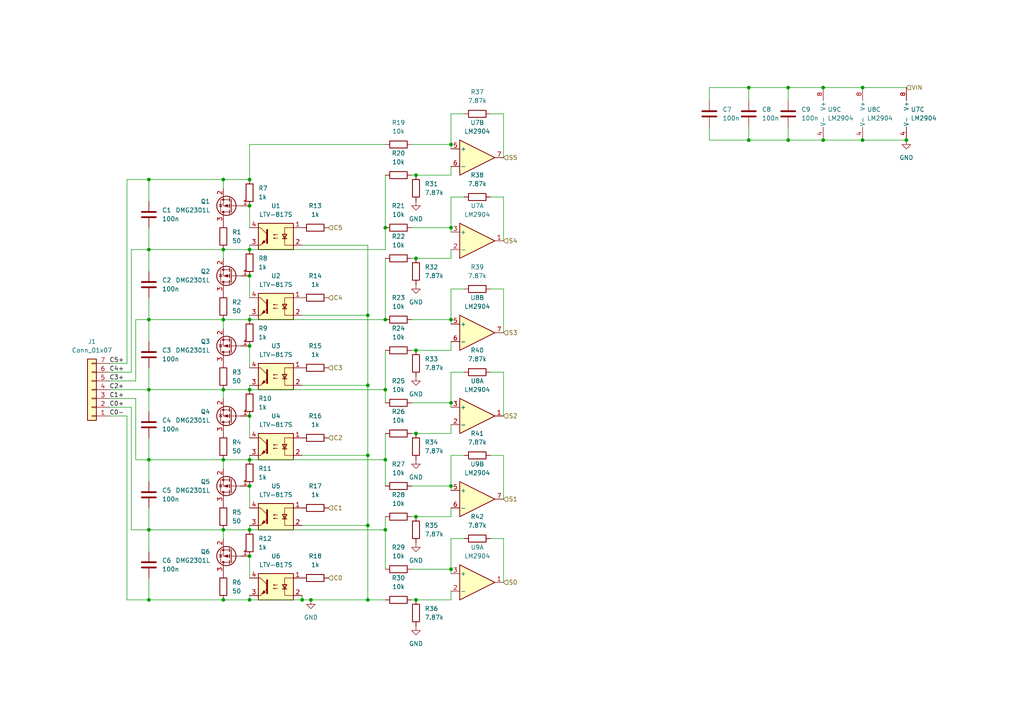
<source format=kicad_sch>
(kicad_sch (version 20230121) (generator eeschema)
  (paper "A4")
  (lib_symbols
    (symbol "Amplifier_Operational:LM2904" (pin_names (offset 0.127))
      (property "Reference" "U" (at 0 5.08 0))
      (property "Value" "LM2904" (at 0 -5.08 0))
      (symbol "LM2904_1_1"
        (polyline (pts (xy -5.08 5.08) (xy 5.08 0) (xy -5.08 -5.08) (xy -5.08 5.08)) (stroke (width 0.254)) (fill (type background)))
        (pin output line (at 7.62 0 180) (length 2.54) (name "~") (number "1"))
        (pin input line (at -7.62 -2.54 0) (length 2.54) (name "-") (number "2"))
        (pin input line (at -7.62 2.54 0) (length 2.54) (name "+") (number "3"))
      )
      (symbol "LM2904_2_1"
        (polyline (pts (xy -5.08 5.08) (xy 5.08 0) (xy -5.08 -5.08) (xy -5.08 5.08)) (stroke (width 0.254)) (fill (type background)))
        (pin input line (at -7.62 2.54 0) (length 2.54) (name "+") (number "5"))
        (pin input line (at -7.62 -2.54 0) (length 2.54) (name "-") (number "6"))
        (pin output line (at 7.62 0 180) (length 2.54) (name "~") (number "7"))
      )
      (symbol "LM2904_3_1"
        (pin power_in line (at -2.54 -7.62 90) (length 3.81) (name "V-") (number "4"))
        (pin power_in line (at -2.54 7.62 270) (length 3.81) (name "V+") (number "8"))
      )
    )
    (symbol "Connector_Generic:Conn_01x07" (pin_names (offset 1.016) hide)
      (property "Reference" "J" (at 0 10.16 0))
      (property "Value" "Conn_01x07" (at 0 -10.16 0))
      (symbol "Conn_01x07_1_1"
        (rectangle (start -1.27 -7.493) (end 0 -7.747) (stroke (width 0.1524)))
        (rectangle (start -1.27 -4.953) (end 0 -5.207) (stroke (width 0.1524)))
        (rectangle (start -1.27 -2.413) (end 0 -2.667) (stroke (width 0.1524)))
        (rectangle (start -1.27 0.127) (end 0 -0.127) (stroke (width 0.1524)))
        (rectangle (start -1.27 2.667) (end 0 2.413) (stroke (width 0.1524)))
        (rectangle (start -1.27 5.207) (end 0 4.953) (stroke (width 0.1524)))
        (rectangle (start -1.27 7.747) (end 0 7.493) (stroke (width 0.1524)))
        (rectangle (start -1.27 8.89) (end 1.27 -8.89) (stroke (width 0.254)) (fill (type background)))
        (pin passive line (at -5.08 7.62 0) (length 3.81) (name "Pin_1") (number "1"))
        (pin passive line (at -5.08 5.08 0) (length 3.81) (name "Pin_2") (number "2"))
        (pin passive line (at -5.08 2.54 0) (length 3.81) (name "Pin_3") (number "3"))
        (pin passive line (at -5.08 0 0) (length 3.81) (name "Pin_4") (number "4"))
        (pin passive line (at -5.08 -2.54 0) (length 3.81) (name "Pin_5") (number "5"))
        (pin passive line (at -5.08 -5.08 0) (length 3.81) (name "Pin_6") (number "6"))
        (pin passive line (at -5.08 -7.62 0) (length 3.81) (name "Pin_7") (number "7"))
      )
    )
    (symbol "Device:C" (pin_numbers hide) (pin_names (offset 0.254))
      (property "Reference" "C" (at 0.635 2.54 0))
      (property "Value" "C" (at 0.635 -2.54 0))
      (symbol "C_0_1"
        (polyline (pts (xy -2.032 -0.762) (xy 2.032 -0.762)) (stroke (width 0.508)))
        (polyline (pts (xy -2.032 0.762) (xy 2.032 0.762)) (stroke (width 0.508)))
      )
      (symbol "C_1_1"
        (pin passive line (at 0 3.81 270) (length 2.794) (name "~") (number "1"))
        (pin passive line (at 0 -3.81 90) (length 2.794) (name "~") (number "2"))
      )
    )
    (symbol "Device:R" (pin_numbers hide) (pin_names (offset 0))
      (property "Reference" "R" (at 2.032 0 90))
      (property "Value" "R" (at 0 0 90))
      (symbol "R_0_1"
        (rectangle (start -1.016 -2.54) (end 1.016 2.54) (stroke (width 0.254)))
      )
      (symbol "R_1_1"
        (pin passive line (at 0 3.81 270) (length 1.27) (name "~") (number "1"))
        (pin passive line (at 0 -3.81 90) (length 1.27) (name "~") (number "2"))
      )
    )
    (symbol "Isolator:LTV-817S" (pin_names (offset 1.016))
      (property "Reference" "U" (at -3.81 5.08 0))
      (property "Value" "LTV-817S" (at 0 -5.08 0))
      (symbol "LTV-817S_1_1"
        (rectangle (start -5.08 3.81) (end 5.08 -3.81) (stroke (width 0.254)) (fill (type background)))
        (polyline (pts (xy -3.175 -0.635) (xy -1.905 -0.635)) (stroke (width 0.254)))
        (polyline (pts (xy 2.54 0.635) (xy 4.445 2.54)))
        (polyline (pts (xy 4.445 -2.54) (xy 2.54 -0.635)) (fill (type outline)))
        (polyline (pts (xy 4.445 -2.54) (xy 5.08 -2.54)))
        (polyline (pts (xy 4.445 2.54) (xy 5.08 2.54)))
        (polyline (pts (xy -5.08 2.54) (xy -2.54 2.54) (xy -2.54 -0.762)))
        (polyline (pts (xy -2.54 -0.635) (xy -2.54 -2.54) (xy -5.08 -2.54)))
        (polyline (pts (xy 2.54 1.905) (xy 2.54 -1.905) (xy 2.54 -1.905)) (stroke (width 0.508)))
        (polyline (pts (xy -2.54 -0.635) (xy -3.175 0.635) (xy -1.905 0.635) (xy -2.54 -0.635)) (stroke (width 0.254)))
        (polyline (pts (xy -0.508 -0.508) (xy 0.762 -0.508) (xy 0.381 -0.635) (xy 0.381 -0.381) (xy 0.762 -0.508)))
        (polyline (pts (xy -0.508 0.508) (xy 0.762 0.508) (xy 0.381 0.381) (xy 0.381 0.635) (xy 0.762 0.508)))
        (polyline (pts (xy 3.048 -1.651) (xy 3.556 -1.143) (xy 4.064 -2.159) (xy 3.048 -1.651) (xy 3.048 -1.651)) (fill (type outline)))
        (pin passive line (at -7.62 2.54 0) (length 2.54) (name "~") (number "1"))
        (pin passive line (at -7.62 -2.54 0) (length 2.54) (name "~") (number "2"))
        (pin passive line (at 7.62 -2.54 180) (length 2.54) (name "~") (number "3"))
        (pin passive line (at 7.62 2.54 180) (length 2.54) (name "~") (number "4"))
      )
    )
    (symbol "Transistor_FET:DMG2301L" (pin_names hide)
      (property "Reference" "Q" (at 5.08 1.905 0))
      (property "Value" "DMG2301L" (at 5.08 0 0))
      (symbol "DMG2301L_0_1"
        (polyline (pts (xy 0.254 0) (xy -2.54 0)))
        (polyline (pts (xy 0.254 1.905) (xy 0.254 -1.905)) (stroke (width 0.254)))
        (polyline (pts (xy 0.762 -1.27) (xy 0.762 -2.286)) (stroke (width 0.254)))
        (polyline (pts (xy 0.762 0.508) (xy 0.762 -0.508)) (stroke (width 0.254)))
        (polyline (pts (xy 0.762 2.286) (xy 0.762 1.27)) (stroke (width 0.254)))
        (polyline (pts (xy 2.54 2.54) (xy 2.54 1.778)))
        (polyline (pts (xy 2.54 -2.54) (xy 2.54 0) (xy 0.762 0)))
        (polyline (pts (xy 0.762 1.778) (xy 3.302 1.778) (xy 3.302 -1.778) (xy 0.762 -1.778)))
        (polyline (pts (xy 2.286 0) (xy 1.27 0.381) (xy 1.27 -0.381) (xy 2.286 0)) (fill (type outline)))
        (polyline (pts (xy 2.794 -0.508) (xy 2.921 -0.381) (xy 3.683 -0.381) (xy 3.81 -0.254)))
        (polyline (pts (xy 3.302 -0.381) (xy 2.921 0.254) (xy 3.683 0.254) (xy 3.302 -0.381)))
        (circle (center 1.651 0) (radius 2.794) (stroke (width 0.254)))
        (circle (center 2.54 -1.778) (radius 0.254) (fill (type outline)))
        (circle (center 2.54 1.778) (radius 0.254) (fill (type outline)))
      )
      (symbol "DMG2301L_1_1"
        (pin input line (at -5.08 0 0) (length 2.54) (name "G") (number "1"))
        (pin passive line (at 2.54 -5.08 90) (length 2.54) (name "S") (number "2"))
        (pin passive line (at 2.54 5.08 270) (length 2.54) (name "D") (number "3"))
      )
    )
    (symbol "power:GND" (power) (pin_names (offset 0))
      (property "Value" "GND" (at 0 -3.81 0))
      (symbol "GND_0_1"
        (polyline (pts (xy 0 0) (xy 0 -1.27) (xy 1.27 -1.27) (xy 0 -2.54) (xy -1.27 -1.27) (xy 0 -1.27)))
      )
      (symbol "GND_1_1"
        (pin power_in line (at 0 0 270) (length 0) hide (name "GND") (number "1"))
      )
    )
  )
  (junction (at 72.39 153.67))
  (junction (at 250.19 40.64))
  (junction (at 106.68 132.08))
  (junction (at 111.76 133.35))
  (junction (at 106.68 152.4))
  (junction (at 72.39 133.35))
  (junction (at 262.89 40.64))
  (junction (at 72.39 80.01))
  (junction (at 43.18 173.99))
  (junction (at 111.76 153.67))
  (junction (at 72.39 72.39))
  (junction (at 238.76 40.64))
  (junction (at 130.81 41.91))
  (junction (at 64.77 113.03))
  (junction (at 111.76 113.03))
  (junction (at 106.68 91.44))
  (junction (at 72.39 173.99))
  (junction (at 130.81 140.97))
  (junction (at 64.77 133.35))
  (junction (at 120.65 125.73))
  (junction (at 130.81 165.1))
  (junction (at 228.6 40.64))
  (junction (at 64.77 92.71))
  (junction (at 130.81 116.84))
  (junction (at 72.39 140.97))
  (junction (at 72.39 92.71))
  (junction (at 72.39 120.65))
  (junction (at 72.39 59.69))
  (junction (at 72.39 52.07))
  (junction (at 217.17 25.4))
  (junction (at 106.68 111.76))
  (junction (at 130.81 66.04))
  (junction (at 87.63 173.99))
  (junction (at 106.68 173.99))
  (junction (at 120.65 101.6))
  (junction (at 130.81 92.71))
  (junction (at 43.18 52.07))
  (junction (at 217.17 40.64))
  (junction (at 228.6 25.4))
  (junction (at 120.65 74.93))
  (junction (at 64.77 72.39))
  (junction (at 72.39 161.29))
  (junction (at 43.18 113.03))
  (junction (at 43.18 133.35))
  (junction (at 72.39 100.33))
  (junction (at 120.65 173.99))
  (junction (at 120.65 149.86))
  (junction (at 111.76 92.71))
  (junction (at 64.77 173.99))
  (junction (at 43.18 92.71))
  (junction (at 72.39 113.03))
  (junction (at 120.65 50.8))
  (junction (at 43.18 72.39))
  (junction (at 64.77 153.67))
  (junction (at 90.17 173.99))
  (junction (at 43.18 153.67))
  (junction (at 111.76 66.04))
  (junction (at 64.77 52.07))
  (junction (at 250.19 25.4))
  (junction (at 238.76 25.4))
  (wire (pts (xy 130.81 92.71) (xy 130.81 93.98)))
  (wire (pts (xy 87.63 173.99) (xy 90.17 173.99)))
  (wire (pts (xy 72.39 133.35) (xy 111.76 133.35)))
  (wire (pts (xy 142.24 132.08) (xy 146.05 132.08)))
  (wire (pts (xy 134.62 107.95) (xy 130.81 107.95)))
  (wire (pts (xy 43.18 173.99) (xy 36.83 173.99)))
  (wire (pts (xy 72.39 140.97) (xy 72.39 147.32)))
  (wire (pts (xy 64.77 153.67) (xy 43.18 153.67)))
  (wire (pts (xy 120.65 173.99) (xy 119.38 173.99)))
  (wire (pts (xy 72.39 41.91) (xy 72.39 52.07)))
  (wire (pts (xy 217.17 40.64) (xy 228.6 40.64)))
  (wire (pts (xy 64.77 92.71) (xy 43.18 92.71)))
  (wire (pts (xy 119.38 140.97) (xy 130.81 140.97)))
  (wire (pts (xy 146.05 168.91) (xy 146.05 156.21)))
  (wire (pts (xy 134.62 156.21) (xy 130.81 156.21)))
  (wire (pts (xy 72.39 173.99) (xy 72.39 172.72)))
  (wire (pts (xy 130.81 41.91) (xy 119.38 41.91)))
  (wire (pts (xy 64.77 173.99) (xy 43.18 173.99)))
  (wire (pts (xy 146.05 107.95) (xy 142.24 107.95)))
  (wire (pts (xy 72.39 100.33) (xy 72.39 106.68)))
  (wire (pts (xy 238.76 25.4) (xy 228.6 25.4)))
  (wire (pts (xy 43.18 127) (xy 43.18 133.35)))
  (wire (pts (xy 146.05 107.95) (xy 146.05 120.65)))
  (wire (pts (xy 64.77 72.39) (xy 43.18 72.39)))
  (wire (pts (xy 72.39 92.71) (xy 72.39 91.44)))
  (wire (pts (xy 111.76 113.03) (xy 111.76 116.84)))
  (wire (pts (xy 64.77 133.35) (xy 72.39 133.35)))
  (wire (pts (xy 31.75 115.57) (xy 39.37 115.57)))
  (wire (pts (xy 43.18 52.07) (xy 36.83 52.07)))
  (wire (pts (xy 72.39 80.01) (xy 72.39 86.36)))
  (wire (pts (xy 72.39 113.03) (xy 72.39 111.76)))
  (wire (pts (xy 43.18 72.39) (xy 38.1 72.39)))
  (wire (pts (xy 119.38 165.1) (xy 130.81 165.1)))
  (wire (pts (xy 217.17 36.83) (xy 217.17 40.64)))
  (wire (pts (xy 43.18 167.64) (xy 43.18 173.99)))
  (wire (pts (xy 43.18 92.71) (xy 43.18 99.06)))
  (wire (pts (xy 119.38 101.6) (xy 120.65 101.6)))
  (wire (pts (xy 64.77 133.35) (xy 64.77 135.89)))
  (wire (pts (xy 31.75 107.95) (xy 38.1 107.95)))
  (wire (pts (xy 38.1 72.39) (xy 38.1 107.95)))
  (wire (pts (xy 146.05 45.72) (xy 146.05 33.02)))
  (wire (pts (xy 72.39 72.39) (xy 111.76 72.39)))
  (wire (pts (xy 250.19 25.4) (xy 262.89 25.4)))
  (wire (pts (xy 43.18 133.35) (xy 43.18 139.7)))
  (wire (pts (xy 130.81 74.93) (xy 120.65 74.93)))
  (wire (pts (xy 64.77 113.03) (xy 64.77 115.57)))
  (wire (pts (xy 43.18 106.68) (xy 43.18 113.03)))
  (wire (pts (xy 64.77 153.67) (xy 72.39 153.67)))
  (wire (pts (xy 72.39 72.39) (xy 72.39 71.12)))
  (wire (pts (xy 120.65 50.8) (xy 130.81 50.8)))
  (wire (pts (xy 130.81 99.06) (xy 130.81 101.6)))
  (wire (pts (xy 111.76 74.93) (xy 111.76 92.71)))
  (wire (pts (xy 64.77 72.39) (xy 72.39 72.39)))
  (wire (pts (xy 87.63 172.72) (xy 87.63 173.99)))
  (wire (pts (xy 43.18 66.04) (xy 43.18 72.39)))
  (wire (pts (xy 43.18 72.39) (xy 43.18 78.74)))
  (wire (pts (xy 72.39 41.91) (xy 111.76 41.91)))
  (wire (pts (xy 146.05 96.52) (xy 146.05 83.82)))
  (wire (pts (xy 119.38 116.84) (xy 130.81 116.84)))
  (wire (pts (xy 43.18 52.07) (xy 43.18 58.42)))
  (wire (pts (xy 111.76 101.6) (xy 111.76 113.03)))
  (wire (pts (xy 106.68 111.76) (xy 106.68 132.08)))
  (wire (pts (xy 130.81 107.95) (xy 130.81 116.84)))
  (wire (pts (xy 31.75 110.49) (xy 39.37 110.49)))
  (wire (pts (xy 120.65 125.73) (xy 130.81 125.73)))
  (wire (pts (xy 72.39 92.71) (xy 111.76 92.71)))
  (wire (pts (xy 87.63 152.4) (xy 106.68 152.4)))
  (wire (pts (xy 130.81 48.26) (xy 130.81 50.8)))
  (wire (pts (xy 217.17 25.4) (xy 217.17 29.21)))
  (wire (pts (xy 38.1 153.67) (xy 38.1 118.11)))
  (wire (pts (xy 111.76 50.8) (xy 111.76 66.04)))
  (wire (pts (xy 106.68 152.4) (xy 106.68 173.99)))
  (wire (pts (xy 130.81 140.97) (xy 130.81 142.24)))
  (wire (pts (xy 119.38 92.71) (xy 130.81 92.71)))
  (wire (pts (xy 111.76 125.73) (xy 111.76 133.35)))
  (wire (pts (xy 146.05 132.08) (xy 146.05 144.78)))
  (wire (pts (xy 87.63 173.99) (xy 72.39 173.99)))
  (wire (pts (xy 87.63 132.08) (xy 106.68 132.08)))
  (wire (pts (xy 130.81 147.32) (xy 130.81 149.86)))
  (wire (pts (xy 111.76 153.67) (xy 111.76 165.1)))
  (wire (pts (xy 72.39 113.03) (xy 111.76 113.03)))
  (wire (pts (xy 146.05 156.21) (xy 142.24 156.21)))
  (wire (pts (xy 31.75 120.65) (xy 36.83 120.65)))
  (wire (pts (xy 111.76 149.86) (xy 111.76 153.67)))
  (wire (pts (xy 64.77 52.07) (xy 64.77 54.61)))
  (wire (pts (xy 36.83 173.99) (xy 36.83 120.65)))
  (wire (pts (xy 106.68 173.99) (xy 111.76 173.99)))
  (wire (pts (xy 87.63 71.12) (xy 106.68 71.12)))
  (wire (pts (xy 134.62 132.08) (xy 130.81 132.08)))
  (wire (pts (xy 72.39 133.35) (xy 72.39 132.08)))
  (wire (pts (xy 217.17 25.4) (xy 205.74 25.4)))
  (wire (pts (xy 36.83 52.07) (xy 36.83 105.41)))
  (wire (pts (xy 130.81 41.91) (xy 130.81 43.18)))
  (wire (pts (xy 31.75 105.41) (xy 36.83 105.41)))
  (wire (pts (xy 31.75 118.11) (xy 38.1 118.11)))
  (wire (pts (xy 72.39 52.07) (xy 64.77 52.07)))
  (wire (pts (xy 130.81 72.39) (xy 130.81 74.93)))
  (wire (pts (xy 238.76 25.4) (xy 250.19 25.4)))
  (wire (pts (xy 130.81 132.08) (xy 130.81 140.97)))
  (wire (pts (xy 146.05 57.15) (xy 142.24 57.15)))
  (wire (pts (xy 250.19 40.64) (xy 262.89 40.64)))
  (wire (pts (xy 130.81 173.99) (xy 120.65 173.99)))
  (wire (pts (xy 72.39 173.99) (xy 64.77 173.99)))
  (wire (pts (xy 111.76 72.39) (xy 111.76 66.04)))
  (wire (pts (xy 134.62 83.82) (xy 130.81 83.82)))
  (wire (pts (xy 130.81 165.1) (xy 130.81 166.37)))
  (wire (pts (xy 38.1 153.67) (xy 43.18 153.67)))
  (wire (pts (xy 111.76 133.35) (xy 111.76 140.97)))
  (wire (pts (xy 106.68 132.08) (xy 106.68 152.4)))
  (wire (pts (xy 146.05 69.85) (xy 146.05 57.15)))
  (wire (pts (xy 72.39 92.71) (xy 64.77 92.71)))
  (wire (pts (xy 64.77 113.03) (xy 72.39 113.03)))
  (wire (pts (xy 64.77 72.39) (xy 64.77 74.93)))
  (wire (pts (xy 119.38 125.73) (xy 120.65 125.73)))
  (wire (pts (xy 72.39 153.67) (xy 72.39 152.4)))
  (wire (pts (xy 217.17 25.4) (xy 228.6 25.4)))
  (wire (pts (xy 228.6 40.64) (xy 238.76 40.64)))
  (wire (pts (xy 205.74 25.4) (xy 205.74 29.21)))
  (wire (pts (xy 134.62 33.02) (xy 130.81 33.02)))
  (wire (pts (xy 119.38 50.8) (xy 120.65 50.8)))
  (wire (pts (xy 31.75 113.03) (xy 43.18 113.03)))
  (wire (pts (xy 64.77 92.71) (xy 64.77 95.25)))
  (wire (pts (xy 43.18 92.71) (xy 39.37 92.71)))
  (wire (pts (xy 120.65 149.86) (xy 130.81 149.86)))
  (wire (pts (xy 64.77 153.67) (xy 64.77 156.21)))
  (wire (pts (xy 130.81 171.45) (xy 130.81 173.99)))
  (wire (pts (xy 120.65 101.6) (xy 130.81 101.6)))
  (wire (pts (xy 43.18 113.03) (xy 43.18 119.38)))
  (wire (pts (xy 106.68 71.12) (xy 106.68 91.44)))
  (wire (pts (xy 205.74 36.83) (xy 205.74 40.64)))
  (wire (pts (xy 228.6 36.83) (xy 228.6 40.64)))
  (wire (pts (xy 43.18 147.32) (xy 43.18 153.67)))
  (wire (pts (xy 39.37 133.35) (xy 39.37 115.57)))
  (wire (pts (xy 130.81 156.21) (xy 130.81 165.1)))
  (wire (pts (xy 130.81 57.15) (xy 130.81 66.04)))
  (wire (pts (xy 106.68 91.44) (xy 106.68 111.76)))
  (wire (pts (xy 228.6 25.4) (xy 228.6 29.21)))
  (wire (pts (xy 130.81 33.02) (xy 130.81 41.91)))
  (wire (pts (xy 106.68 173.99) (xy 90.17 173.99)))
  (wire (pts (xy 130.81 123.19) (xy 130.81 125.73)))
  (wire (pts (xy 43.18 153.67) (xy 43.18 160.02)))
  (wire (pts (xy 130.81 83.82) (xy 130.81 92.71)))
  (wire (pts (xy 43.18 133.35) (xy 39.37 133.35)))
  (wire (pts (xy 119.38 149.86) (xy 120.65 149.86)))
  (wire (pts (xy 87.63 91.44) (xy 106.68 91.44)))
  (wire (pts (xy 146.05 83.82) (xy 142.24 83.82)))
  (wire (pts (xy 130.81 66.04) (xy 130.81 67.31)))
  (wire (pts (xy 43.18 113.03) (xy 64.77 113.03)))
  (wire (pts (xy 43.18 86.36) (xy 43.18 92.71)))
  (wire (pts (xy 238.76 40.64) (xy 250.19 40.64)))
  (wire (pts (xy 120.65 74.93) (xy 119.38 74.93)))
  (wire (pts (xy 134.62 57.15) (xy 130.81 57.15)))
  (wire (pts (xy 72.39 120.65) (xy 72.39 127)))
  (wire (pts (xy 205.74 40.64) (xy 217.17 40.64)))
  (wire (pts (xy 87.63 111.76) (xy 106.68 111.76)))
  (wire (pts (xy 64.77 133.35) (xy 43.18 133.35)))
  (wire (pts (xy 130.81 66.04) (xy 119.38 66.04)))
  (wire (pts (xy 72.39 161.29) (xy 72.39 167.64)))
  (wire (pts (xy 146.05 33.02) (xy 142.24 33.02)))
  (wire (pts (xy 130.81 116.84) (xy 130.81 118.11)))
  (wire (pts (xy 72.39 59.69) (xy 72.39 66.04)))
  (wire (pts (xy 39.37 92.71) (xy 39.37 110.49)))
  (wire (pts (xy 72.39 153.67) (xy 111.76 153.67)))
  (wire (pts (xy 64.77 52.07) (xy 43.18 52.07)))
  (label "C3+" (at 31.75 110.49 0))
  (label "C1+" (at 31.75 115.57 0))
  (label "C2+" (at 31.75 113.03 0))
  (label "C4+" (at 31.75 107.95 0))
  (label "C0-" (at 31.75 120.65 0))
  (label "C5+" (at 31.75 105.41 0))
  (label "C0+" (at 31.75 118.11 0))
  (hierarchical_label "S5" (shape input) (at 146.05 45.72 0))
  (hierarchical_label "C0" (shape input) (at 95.25 167.64 0))
  (hierarchical_label "C3" (shape input) (at 95.25 106.68 0))
  (hierarchical_label "C5" (shape input) (at 95.25 66.04 0))
  (hierarchical_label "C1" (shape input) (at 95.25 147.32 0))
  (hierarchical_label "C4" (shape input) (at 95.25 86.36 0))
  (hierarchical_label "S1" (shape input) (at 146.05 144.78 0))
  (hierarchical_label "S4" (shape input) (at 146.05 69.85 0))
  (hierarchical_label "VIN" (shape input) (at 262.89 25.4 0))
  (hierarchical_label "C2" (shape input) (at 95.25 127 0))
  (hierarchical_label "S3" (shape input) (at 146.05 96.52 0))
  (hierarchical_label "S2" (shape input) (at 146.05 120.65 0))
  (hierarchical_label "S0" (shape input) (at 146.05 168.91 0))
  (symbol (lib_id "Transistor_FET:DMG2301L") (at 67.31 161.29 180) (unit 1)
    (property "Reference" "Q6" (at 60.96 160.02 0) (effects (justify left)))
    (property "Value" "DMG2301L" (at 60.96 162.56 0) (effects (justify left)))
    (property "Footprint" "Package_TO_SOT_SMD:SOT-23" (effects hide))
    (property "Datasheet" "https://www.diodes.com/assets/Datasheets/DMG2301L.pdf" (effects hide))
    (instances (project "RC_Charger" (path "" (reference "Q6") (unit 1)) (path "" (reference "Q20") (unit 1))))
  )
  (symbol (lib_id "Device:C") (at 43.18 143.51 0) (unit 1)
    (property "Reference" "C5" (at 46.99 142.24 0) (effects (justify left)))
    (property "Value" "100n" (at 46.99 144.78 0) (effects (justify left)))
    (property "Footprint" "Capacitor_SMD:C_0603_1608Metric" (effects hide))
    (instances (project "RC_Charger" (path "" (reference "C5") (unit 1)) (path "" (reference "C86") (unit 1))))
  )
  (symbol (lib_id "Device:R") (at 72.39 137.16 0) (unit 1)
    (property "Reference" "R11" (at 74.93 135.89 0) (effects (justify left)))
    (property "Value" "1k" (at 74.93 138.43 0) (effects (justify left)))
    (property "Footprint" "Resistor_SMD:R_0603_1608Metric" (effects hide))
    (instances (project "RC_Charger" (path "" (reference "R11") (unit 1)) (path "" (reference "R87") (unit 1))))
  )
  (symbol (lib_id "Device:R") (at 64.77 129.54 0) (unit 1)
    (property "Reference" "R4" (at 67.31 128.27 0) (effects (justify left)))
    (property "Value" "50" (at 67.31 130.81 0) (effects (justify left)))
    (property "Footprint" "Resistor_SMD:R_2512_6332Metric" (effects hide))
    (instances (project "RC_Charger" (path "" (reference "R4") (unit 1)) (path "" (reference "R80") (unit 1))))
  )
  (symbol (lib_id "Device:R") (at 91.44 66.04 90) (unit 1)
    (property "Reference" "R13" (at 91.44 59.69 90))
    (property "Value" "1k" (at 91.44 62.23 90))
    (property "Footprint" "Resistor_SMD:R_0603_1608Metric" (effects hide))
    (instances (project "RC_Charger" (path "" (reference "R13") (unit 1)) (path "" (reference "R89") (unit 1))))
  )
  (symbol (lib_id "Device:R") (at 115.57 149.86 90) (unit 1)
    (property "Reference" "R28" (at 115.57 143.51 90))
    (property "Value" "10k" (at 115.57 146.05 90))
    (property "Footprint" "Resistor_SMD:R_0603_1608Metric" (effects hide))
    (instances (project "RC_Charger" (path "" (reference "R28") (unit 1)) (path "" (reference "R104") (unit 1))))
  )
  (symbol (lib_id "Device:R") (at 115.57 173.99 90) (unit 1)
    (property "Reference" "R30" (at 115.57 167.64 90))
    (property "Value" "10k" (at 115.57 170.18 90))
    (property "Footprint" "Resistor_SMD:R_0603_1608Metric" (effects hide))
    (instances (project "RC_Charger" (path "" (reference "R30") (unit 1)) (path "" (reference "R106") (unit 1))))
  )
  (symbol (lib_id "Amplifier_Operational:LM2904") (at 138.43 69.85 0) (unit 1)
    (property "Reference" "U7" (at 138.43 59.69 0))
    (property "Value" "LM2904" (at 138.43 62.23 0))
    (property "Footprint" "PCM_Package_SO_AKL:SOIC-8_3.9x4.9mm_P1.27mm" (effects hide))
    (property "Datasheet" "http://www.ti.com/lit/ds/symlink/lm358.pdf" (effects hide))
    (instances (project "RC_Charger" (path "" (reference "U7") (unit 1)) (path "" (reference "U24") (unit 1))))
  )
  (symbol (lib_id "Device:R") (at 72.39 76.2 0) (unit 1)
    (property "Reference" "R8" (at 74.93 74.93 0) (effects (justify left)))
    (property "Value" "1k" (at 74.93 77.47 0) (effects (justify left)))
    (property "Footprint" "Resistor_SMD:R_0603_1608Metric" (effects hide))
    (instances (project "RC_Charger" (path "" (reference "R8") (unit 1)) (path "" (reference "R84") (unit 1))))
  )
  (symbol (lib_id "Device:C") (at 43.18 62.23 0) (unit 1)
    (property "Reference" "C1" (at 46.99 60.96 0) (effects (justify left)))
    (property "Value" "100n" (at 46.99 63.5 0) (effects (justify left)))
    (property "Footprint" "Capacitor_SMD:C_0603_1608Metric" (effects hide))
    (instances (project "RC_Charger" (path "" (reference "C1") (unit 1)) (path "" (reference "C82") (unit 1))))
  )
  (symbol (lib_id "Amplifier_Operational:LM2904") (at 138.43 45.72 0) (unit 2)
    (property "Reference" "U7" (at 138.43 35.56 0))
    (property "Value" "LM2904" (at 138.43 38.1 0))
    (property "Footprint" "PCM_Package_SO_AKL:SOIC-8_3.9x4.9mm_P1.27mm" (effects hide))
    (property "Datasheet" "http://www.ti.com/lit/ds/symlink/lm358.pdf" (effects hide))
    (instances (project "RC_Charger" (path "" (reference "U7") (unit 2)) (path "" (reference "U24") (unit 2))))
  )
  (symbol (lib_id "power:GND") (at 120.65 109.22 0) (unit 1)
    (property "Reference" "#PWR04" (effects hide))
    (property "Value" "GND" (at 120.65 114.3 0))
    (instances (project "RC_Charger" (path "" (reference "#PWR04") (unit 1)) (path "" (reference "#PWR094") (unit 1))))
  )
  (symbol (lib_id "Device:R") (at 120.65 105.41 180) (unit 1)
    (property "Reference" "R33" (at 123.19 104.14 0) (effects (justify right)))
    (property "Value" "7.87k" (at 123.19 106.68 0) (effects (justify right)))
    (property "Footprint" "Resistor_SMD:R_0603_1608Metric" (effects hide))
    (instances (project "RC_Charger" (path "" (reference "R33") (unit 1)) (path "" (reference "R109") (unit 1))))
  )
  (symbol (lib_id "Amplifier_Operational:LM2904") (at 265.43 33.02 0) (unit 3)
    (property "Reference" "U7" (at 264.16 31.75 0) (effects (justify left)))
    (property "Value" "LM2904" (at 264.16 34.29 0) (effects (justify left)))
    (property "Footprint" "PCM_Package_SO_AKL:SOIC-8_3.9x4.9mm_P1.27mm" (effects hide))
    (property "Datasheet" "http://www.ti.com/lit/ds/symlink/lm358.pdf" (effects hide))
    (instances (project "RC_Charger" (path "" (reference "U7") (unit 3)) (path "" (reference "U24") (unit 3))))
  )
  (symbol (lib_id "Device:R") (at 115.57 50.8 90) (unit 1)
    (property "Reference" "R20" (at 115.57 44.45 90))
    (property "Value" "10k" (at 115.57 46.99 90))
    (property "Footprint" "Resistor_SMD:R_0603_1608Metric" (effects hide))
    (instances (project "RC_Charger" (path "" (reference "R20") (unit 1)) (path "" (reference "R96") (unit 1))))
  )
  (symbol (lib_id "Device:C") (at 217.17 33.02 0) (unit 1)
    (property "Reference" "C8" (at 220.98 31.75 0) (effects (justify left)))
    (property "Value" "100n" (at 220.98 34.29 0) (effects (justify left)))
    (property "Footprint" "Capacitor_SMD:C_0603_1608Metric" (effects hide))
    (instances (project "RC_Charger" (path "" (reference "C8") (unit 1)) (path "" (reference "C89") (unit 1))))
  )
  (symbol (lib_id "Device:C") (at 43.18 163.83 0) (unit 1)
    (property "Reference" "C6" (at 46.99 162.56 0) (effects (justify left)))
    (property "Value" "100n" (at 46.99 165.1 0) (effects (justify left)))
    (property "Footprint" "Capacitor_SMD:C_0603_1608Metric" (effects hide))
    (instances (project "RC_Charger" (path "" (reference "C6") (unit 1)) (path "" (reference "C87") (unit 1))))
  )
  (symbol (lib_id "Device:R") (at 72.39 96.52 0) (unit 1)
    (property "Reference" "R9" (at 74.93 95.25 0) (effects (justify left)))
    (property "Value" "1k" (at 74.93 97.79 0) (effects (justify left)))
    (property "Footprint" "Resistor_SMD:R_0603_1608Metric" (effects hide))
    (instances (project "RC_Charger" (path "" (reference "R9") (unit 1)) (path "" (reference "R85") (unit 1))))
  )
  (symbol (lib_id "Device:R") (at 72.39 55.88 0) (unit 1)
    (property "Reference" "R7" (at 74.93 54.61 0) (effects (justify left)))
    (property "Value" "1k" (at 74.93 57.15 0) (effects (justify left)))
    (property "Footprint" "Resistor_SMD:R_0603_1608Metric" (effects hide))
    (instances (project "RC_Charger" (path "" (reference "R7") (unit 1)) (path "" (reference "R83") (unit 1))))
  )
  (symbol (lib_id "Transistor_FET:DMG2301L") (at 67.31 100.33 180) (unit 1)
    (property "Reference" "Q3" (at 60.96 99.06 0) (effects (justify left)))
    (property "Value" "DMG2301L" (at 60.96 101.6 0) (effects (justify left)))
    (property "Footprint" "Package_TO_SOT_SMD:SOT-23" (effects hide))
    (property "Datasheet" "https://www.diodes.com/assets/Datasheets/DMG2301L.pdf" (effects hide))
    (instances (project "RC_Charger" (path "" (reference "Q3") (unit 1)) (path "" (reference "Q17") (unit 1))))
  )
  (symbol (lib_id "power:GND") (at 120.65 82.55 0) (unit 1)
    (property "Reference" "#PWR03" (effects hide))
    (property "Value" "GND" (at 120.65 87.63 0))
    (instances (project "RC_Charger" (path "" (reference "#PWR03") (unit 1)) (path "" (reference "#PWR093") (unit 1))))
  )
  (symbol (lib_id "Isolator:LTV-817S") (at 80.01 88.9 0) (mirror y) (unit 1)
    (property "Reference" "U2" (at 80.01 80.01 0))
    (property "Value" "LTV-817S" (at 80.01 82.55 0))
    (property "Footprint" "Package_DIP:SMDIP-4_W9.53mm" (effects hide))
    (property "Datasheet" "http://www.us.liteon.com/downloads/LTV-817-827-847.PDF" (effects hide))
    (instances (project "RC_Charger" (path "" (reference "U2") (unit 1)) (path "" (reference "U19") (unit 1))))
  )
  (symbol (lib_id "Device:R") (at 138.43 156.21 90) (unit 1)
    (property "Reference" "R42" (at 138.43 149.86 90))
    (property "Value" "7.87k" (at 138.43 152.4 90))
    (property "Footprint" "Resistor_SMD:R_0603_1608Metric" (effects hide))
    (instances (project "RC_Charger" (path "" (reference "R42") (unit 1)) (path "" (reference "R118") (unit 1))))
  )
  (symbol (lib_id "Isolator:LTV-817S") (at 80.01 170.18 0) (mirror y) (unit 1)
    (property "Reference" "U6" (at 80.01 161.29 0))
    (property "Value" "LTV-817S" (at 80.01 163.83 0))
    (property "Footprint" "Package_DIP:SMDIP-4_W9.53mm" (effects hide))
    (property "Datasheet" "http://www.us.liteon.com/downloads/LTV-817-827-847.PDF" (effects hide))
    (instances (project "RC_Charger" (path "" (reference "U6") (unit 1)) (path "" (reference "U23") (unit 1))))
  )
  (symbol (lib_id "Device:C") (at 205.74 33.02 0) (unit 1)
    (property "Reference" "C7" (at 209.55 31.75 0) (effects (justify left)))
    (property "Value" "100n" (at 209.55 34.29 0) (effects (justify left)))
    (property "Footprint" "Capacitor_SMD:C_0603_1608Metric" (effects hide))
    (instances (project "RC_Charger" (path "" (reference "C7") (unit 1)) (path "" (reference "C88") (unit 1))))
  )
  (symbol (lib_id "Device:R") (at 115.57 74.93 90) (unit 1)
    (property "Reference" "R22" (at 115.57 68.58 90))
    (property "Value" "10k" (at 115.57 71.12 90))
    (property "Footprint" "Resistor_SMD:R_0603_1608Metric" (effects hide))
    (instances (project "RC_Charger" (path "" (reference "R22") (unit 1)) (path "" (reference "R98") (unit 1))))
  )
  (symbol (lib_id "power:GND") (at 120.65 157.48 0) (unit 1)
    (property "Reference" "#PWR06" (effects hide))
    (property "Value" "GND" (at 120.65 162.56 0))
    (instances (project "RC_Charger" (path "" (reference "#PWR06") (unit 1)) (path "" (reference "#PWR096") (unit 1))))
  )
  (symbol (lib_id "Device:R") (at 120.65 177.8 180) (unit 1)
    (property "Reference" "R36" (at 123.19 176.53 0) (effects (justify right)))
    (property "Value" "7.87k" (at 123.19 179.07 0) (effects (justify right)))
    (property "Footprint" "Resistor_SMD:R_0603_1608Metric" (effects hide))
    (instances (project "RC_Charger" (path "" (reference "R36") (unit 1)) (path "" (reference "R112") (unit 1))))
  )
  (symbol (lib_id "Transistor_FET:DMG2301L") (at 67.31 80.01 180) (unit 1)
    (property "Reference" "Q2" (at 60.96 78.74 0) (effects (justify left)))
    (property "Value" "DMG2301L" (at 60.96 81.28 0) (effects (justify left)))
    (property "Footprint" "Package_TO_SOT_SMD:SOT-23" (effects hide))
    (property "Datasheet" "https://www.diodes.com/assets/Datasheets/DMG2301L.pdf" (effects hide))
    (instances (project "RC_Charger" (path "" (reference "Q2") (unit 1)) (path "" (reference "Q16") (unit 1))))
  )
  (symbol (lib_id "Device:R") (at 120.65 153.67 180) (unit 1)
    (property "Reference" "R35" (at 123.19 152.4 0) (effects (justify right)))
    (property "Value" "7.87k" (at 123.19 154.94 0) (effects (justify right)))
    (property "Footprint" "Resistor_SMD:R_0603_1608Metric" (effects hide))
    (instances (project "RC_Charger" (path "" (reference "R35") (unit 1)) (path "" (reference "R111") (unit 1))))
  )
  (symbol (lib_id "Amplifier_Operational:LM2904") (at 138.43 120.65 0) (unit 1)
    (property "Reference" "U8" (at 138.43 110.49 0))
    (property "Value" "LM2904" (at 138.43 113.03 0))
    (property "Footprint" "PCM_Package_SO_AKL:SOIC-8_3.9x4.9mm_P1.27mm" (effects hide))
    (property "Datasheet" "http://www.ti.com/lit/ds/symlink/lm358.pdf" (effects hide))
    (instances (project "RC_Charger" (path "" (reference "U8") (unit 1)) (path "" (reference "U25") (unit 1))))
  )
  (symbol (lib_id "power:GND") (at 90.17 173.99 0) (unit 1)
    (property "Reference" "#PWR01" (effects hide))
    (property "Value" "GND" (at 90.17 179.07 0))
    (instances (project "RC_Charger" (path "" (reference "#PWR01") (unit 1)) (path "" (reference "#PWR091") (unit 1))))
  )
  (symbol (lib_id "Device:R") (at 91.44 127 90) (unit 1)
    (property "Reference" "R16" (at 91.44 120.65 90))
    (property "Value" "1k" (at 91.44 123.19 90))
    (property "Footprint" "Resistor_SMD:R_0603_1608Metric" (effects hide))
    (instances (project "RC_Charger" (path "" (reference "R16") (unit 1)) (path "" (reference "R92") (unit 1))))
  )
  (symbol (lib_id "Amplifier_Operational:LM2904") (at 138.43 168.91 0) (unit 1)
    (property "Reference" "U9" (at 138.43 158.75 0))
    (property "Value" "LM2904" (at 138.43 161.29 0))
    (property "Footprint" "PCM_Package_SO_AKL:SOIC-8_3.9x4.9mm_P1.27mm" (effects hide))
    (property "Datasheet" "http://www.ti.com/lit/ds/symlink/lm358.pdf" (effects hide))
    (instances (project "RC_Charger" (path "" (reference "U9") (unit 1)) (path "" (reference "U26") (unit 1))))
  )
  (symbol (lib_id "Device:R") (at 115.57 41.91 90) (unit 1)
    (property "Reference" "R19" (at 115.57 35.56 90))
    (property "Value" "10k" (at 115.57 38.1 90))
    (property "Footprint" "Resistor_SMD:R_0603_1608Metric" (effects hide))
    (instances (project "RC_Charger" (path "" (reference "R19") (unit 1)) (path "" (reference "R95") (unit 1))))
  )
  (symbol (lib_id "Transistor_FET:DMG2301L") (at 67.31 120.65 180) (unit 1)
    (property "Reference" "Q4" (at 60.96 119.38 0) (effects (justify left)))
    (property "Value" "DMG2301L" (at 60.96 121.92 0) (effects (justify left)))
    (property "Footprint" "Package_TO_SOT_SMD:SOT-23" (effects hide))
    (property "Datasheet" "https://www.diodes.com/assets/Datasheets/DMG2301L.pdf" (effects hide))
    (instances (project "RC_Charger" (path "" (reference "Q4") (unit 1)) (path "" (reference "Q18") (unit 1))))
  )
  (symbol (lib_id "Device:R") (at 115.57 101.6 90) (unit 1)
    (property "Reference" "R24" (at 115.57 95.25 90))
    (property "Value" "10k" (at 115.57 97.79 90))
    (property "Footprint" "Resistor_SMD:R_0603_1608Metric" (effects hide))
    (instances (project "RC_Charger" (path "" (reference "R24") (unit 1)) (path "" (reference "R100") (unit 1))))
  )
  (symbol (lib_id "Device:C") (at 43.18 102.87 0) (unit 1)
    (property "Reference" "C3" (at 46.99 101.6 0) (effects (justify left)))
    (property "Value" "100n" (at 46.99 104.14 0) (effects (justify left)))
    (property "Footprint" "Capacitor_SMD:C_0603_1608Metric" (effects hide))
    (instances (project "RC_Charger" (path "" (reference "C3") (unit 1)) (path "" (reference "C84") (unit 1))))
  )
  (symbol (lib_id "Device:R") (at 138.43 83.82 90) (unit 1)
    (property "Reference" "R39" (at 138.43 77.47 90))
    (property "Value" "7.87k" (at 138.43 80.01 90))
    (property "Footprint" "Resistor_SMD:R_0603_1608Metric" (effects hide))
    (instances (project "RC_Charger" (path "" (reference "R39") (unit 1)) (path "" (reference "R115") (unit 1))))
  )
  (symbol (lib_id "Device:R") (at 138.43 33.02 90) (unit 1)
    (property "Reference" "R37" (at 138.43 26.67 90))
    (property "Value" "7.87k" (at 138.43 29.21 90))
    (property "Footprint" "Resistor_SMD:R_0603_1608Metric" (effects hide))
    (instances (project "RC_Charger" (path "" (reference "R37") (unit 1)) (path "" (reference "R113") (unit 1))))
  )
  (symbol (lib_id "Isolator:LTV-817S") (at 80.01 149.86 0) (mirror y) (unit 1)
    (property "Reference" "U5" (at 80.01 140.97 0))
    (property "Value" "LTV-817S" (at 80.01 143.51 0))
    (property "Footprint" "Package_DIP:SMDIP-4_W9.53mm" (effects hide))
    (property "Datasheet" "http://www.us.liteon.com/downloads/LTV-817-827-847.PDF" (effects hide))
    (instances (project "RC_Charger" (path "" (reference "U5") (unit 1)) (path "" (reference "U22") (unit 1))))
  )
  (symbol (lib_id "Device:R") (at 115.57 125.73 90) (unit 1)
    (property "Reference" "R26" (at 115.57 119.38 90))
    (property "Value" "10k" (at 115.57 121.92 90))
    (property "Footprint" "Resistor_SMD:R_0603_1608Metric" (effects hide))
    (instances (project "RC_Charger" (path "" (reference "R26") (unit 1)) (path "" (reference "R102") (unit 1))))
  )
  (symbol (lib_id "Device:R") (at 64.77 170.18 0) (unit 1)
    (property "Reference" "R6" (at 67.31 168.91 0) (effects (justify left)))
    (property "Value" "50" (at 67.31 171.45 0) (effects (justify left)))
    (property "Footprint" "Resistor_SMD:R_2512_6332Metric" (effects hide))
    (instances (project "RC_Charger" (path "" (reference "R6") (unit 1)) (path "" (reference "R82") (unit 1))))
  )
  (symbol (lib_id "power:GND") (at 120.65 181.61 0) (unit 1)
    (property "Reference" "#PWR07" (effects hide))
    (property "Value" "GND" (at 120.65 186.69 0))
    (instances (project "RC_Charger" (path "" (reference "#PWR07") (unit 1)) (path "" (reference "#PWR097") (unit 1))))
  )
  (symbol (lib_id "Isolator:LTV-817S") (at 80.01 129.54 0) (mirror y) (unit 1)
    (property "Reference" "U4" (at 80.01 120.65 0))
    (property "Value" "LTV-817S" (at 80.01 123.19 0))
    (property "Footprint" "Package_DIP:SMDIP-4_W9.53mm" (effects hide))
    (property "Datasheet" "http://www.us.liteon.com/downloads/LTV-817-827-847.PDF" (effects hide))
    (instances (project "RC_Charger" (path "" (reference "U4") (unit 1)) (path "" (reference "U21") (unit 1))))
  )
  (symbol (lib_id "Amplifier_Operational:LM2904") (at 252.73 33.02 0) (unit 3)
    (property "Reference" "U8" (at 251.46 31.75 0) (effects (justify left)))
    (property "Value" "LM2904" (at 251.46 34.29 0) (effects (justify left)))
    (property "Footprint" "PCM_Package_SO_AKL:SOIC-8_3.9x4.9mm_P1.27mm" (effects hide))
    (property "Datasheet" "http://www.ti.com/lit/ds/symlink/lm358.pdf" (effects hide))
    (instances (project "RC_Charger" (path "" (reference "U8") (unit 3)) (path "" (reference "U25") (unit 3))))
  )
  (symbol (lib_id "Device:R") (at 120.65 54.61 180) (unit 1)
    (property "Reference" "R31" (at 123.19 53.34 0) (effects (justify right)))
    (property "Value" "7.87k" (at 123.19 55.88 0) (effects (justify right)))
    (property "Footprint" "Resistor_SMD:R_0603_1608Metric" (effects hide))
    (instances (project "RC_Charger" (path "" (reference "R31") (unit 1)) (path "" (reference "R107") (unit 1))))
  )
  (symbol (lib_id "Transistor_FET:DMG2301L") (at 67.31 59.69 180) (unit 1)
    (property "Reference" "Q1" (at 60.96 58.42 0) (effects (justify left)))
    (property "Value" "DMG2301L" (at 60.96 60.96 0) (effects (justify left)))
    (property "Footprint" "Package_TO_SOT_SMD:SOT-23" (effects hide))
    (property "Datasheet" "https://www.diodes.com/assets/Datasheets/DMG2301L.pdf" (effects hide))
    (instances (project "RC_Charger" (path "" (reference "Q1") (unit 1)) (path "" (reference "Q15") (unit 1))))
  )
  (symbol (lib_id "Device:R") (at 115.57 116.84 90) (unit 1)
    (property "Reference" "R25" (at 115.57 110.49 90))
    (property "Value" "10k" (at 115.57 113.03 90))
    (property "Footprint" "Resistor_SMD:R_0603_1608Metric" (effects hide))
    (instances (project "RC_Charger" (path "" (reference "R25") (unit 1)) (path "" (reference "R101") (unit 1))))
  )
  (symbol (lib_id "power:GND") (at 262.89 40.64 0) (unit 1)
    (property "Reference" "#PWR09" (effects hide))
    (property "Value" "GND" (at 262.89 45.72 0))
    (instances (project "RC_Charger" (path "" (reference "#PWR09") (unit 1)) (path "" (reference "#PWR099") (unit 1))))
  )
  (symbol (lib_id "Device:R") (at 64.77 68.58 0) (unit 1)
    (property "Reference" "R1" (at 67.31 67.31 0) (effects (justify left)))
    (property "Value" "50" (at 67.31 69.85 0) (effects (justify left)))
    (property "Footprint" "Resistor_SMD:R_2512_6332Metric" (effects hide))
    (instances (project "RC_Charger" (path "" (reference "R1") (unit 1)) (path "" (reference "R77") (unit 1))))
  )
  (symbol (lib_id "Device:R") (at 91.44 167.64 90) (unit 1)
    (property "Reference" "R18" (at 91.44 161.29 90))
    (property "Value" "1k" (at 91.44 163.83 90))
    (property "Footprint" "Resistor_SMD:R_0603_1608Metric" (effects hide))
    (instances (project "RC_Charger" (path "" (reference "R18") (unit 1)) (path "" (reference "R94") (unit 1))))
  )
  (symbol (lib_id "Device:R") (at 72.39 116.84 0) (unit 1)
    (property "Reference" "R10" (at 74.93 115.57 0) (effects (justify left)))
    (property "Value" "1k" (at 74.93 118.11 0) (effects (justify left)))
    (property "Footprint" "Resistor_SMD:R_0603_1608Metric" (effects hide))
    (instances (project "RC_Charger" (path "" (reference "R10") (unit 1)) (path "" (reference "R86") (unit 1))))
  )
  (symbol (lib_id "Device:R") (at 138.43 132.08 90) (unit 1)
    (property "Reference" "R41" (at 138.43 125.73 90))
    (property "Value" "7.87k" (at 138.43 128.27 90))
    (property "Footprint" "Resistor_SMD:R_0603_1608Metric" (effects hide))
    (instances (project "RC_Charger" (path "" (reference "R41") (unit 1)) (path "" (reference "R117") (unit 1))))
  )
  (symbol (lib_id "Device:R") (at 72.39 157.48 0) (unit 1)
    (property "Reference" "R12" (at 74.93 156.21 0) (effects (justify left)))
    (property "Value" "1k" (at 74.93 158.75 0) (effects (justify left)))
    (property "Footprint" "Resistor_SMD:R_0603_1608Metric" (effects hide))
    (instances (project "RC_Charger" (path "" (reference "R12") (unit 1)) (path "" (reference "R88") (unit 1))))
  )
  (symbol (lib_id "Device:R") (at 91.44 86.36 90) (unit 1)
    (property "Reference" "R14" (at 91.44 80.01 90))
    (property "Value" "1k" (at 91.44 82.55 90))
    (property "Footprint" "Resistor_SMD:R_0603_1608Metric" (effects hide))
    (instances (project "RC_Charger" (path "" (reference "R14") (unit 1)) (path "" (reference "R90") (unit 1))))
  )
  (symbol (lib_id "Transistor_FET:DMG2301L") (at 67.31 140.97 180) (unit 1)
    (property "Reference" "Q5" (at 60.96 139.7 0) (effects (justify left)))
    (property "Value" "DMG2301L" (at 60.96 142.24 0) (effects (justify left)))
    (property "Footprint" "Package_TO_SOT_SMD:SOT-23" (effects hide))
    (property "Datasheet" "https://www.diodes.com/assets/Datasheets/DMG2301L.pdf" (effects hide))
    (instances (project "RC_Charger" (path "" (reference "Q5") (unit 1)) (path "" (reference "Q19") (unit 1))))
  )
  (symbol (lib_id "Device:R") (at 115.57 92.71 90) (unit 1)
    (property "Reference" "R23" (at 115.57 86.36 90))
    (property "Value" "10k" (at 115.57 88.9 90))
    (property "Footprint" "Resistor_SMD:R_0603_1608Metric" (effects hide))
    (instances (project "RC_Charger" (path "" (reference "R23") (unit 1)) (path "" (reference "R99") (unit 1))))
  )
  (symbol (lib_id "Device:R") (at 120.65 129.54 180) (unit 1)
    (property "Reference" "R34" (at 123.19 128.27 0) (effects (justify right)))
    (property "Value" "7.87k" (at 123.19 130.81 0) (effects (justify right)))
    (property "Footprint" "Resistor_SMD:R_0603_1608Metric" (effects hide))
    (instances (project "RC_Charger" (path "" (reference "R34") (unit 1)) (path "" (reference "R110") (unit 1))))
  )
  (symbol (lib_id "Device:R") (at 64.77 88.9 0) (unit 1)
    (property "Reference" "R2" (at 67.31 87.63 0) (effects (justify left)))
    (property "Value" "50" (at 67.31 90.17 0) (effects (justify left)))
    (property "Footprint" "Resistor_SMD:R_2512_6332Metric" (effects hide))
    (instances (project "RC_Charger" (path "" (reference "R2") (unit 1)) (path "" (reference "R78") (unit 1))))
  )
  (symbol (lib_id "Amplifier_Operational:LM2904") (at 138.43 96.52 0) (unit 2)
    (property "Reference" "U8" (at 138.43 86.36 0))
    (property "Value" "LM2904" (at 138.43 88.9 0))
    (property "Footprint" "PCM_Package_SO_AKL:SOIC-8_3.9x4.9mm_P1.27mm" (effects hide))
    (property "Datasheet" "http://www.ti.com/lit/ds/symlink/lm358.pdf" (effects hide))
    (instances (project "RC_Charger" (path "" (reference "U8") (unit 2)) (path "" (reference "U25") (unit 2))))
  )
  (symbol (lib_id "Isolator:LTV-817S") (at 80.01 109.22 0) (mirror y) (unit 1)
    (property "Reference" "U3" (at 80.01 100.33 0))
    (property "Value" "LTV-817S" (at 80.01 102.87 0))
    (property "Footprint" "Package_DIP:SMDIP-4_W9.53mm" (effects hide))
    (property "Datasheet" "http://www.us.liteon.com/downloads/LTV-817-827-847.PDF" (effects hide))
    (instances (project "RC_Charger" (path "" (reference "U3") (unit 1)) (path "" (reference "U20") (unit 1))))
  )
  (symbol (lib_id "Device:C") (at 43.18 123.19 0) (unit 1)
    (property "Reference" "C4" (at 46.99 121.92 0) (effects (justify left)))
    (property "Value" "100n" (at 46.99 124.46 0) (effects (justify left)))
    (property "Footprint" "Capacitor_SMD:C_0603_1608Metric" (effects hide))
    (instances (project "RC_Charger" (path "" (reference "C4") (unit 1)) (path "" (reference "C85") (unit 1))))
  )
  (symbol (lib_id "Device:R") (at 64.77 149.86 0) (unit 1)
    (property "Reference" "R5" (at 67.31 148.59 0) (effects (justify left)))
    (property "Value" "50" (at 67.31 151.13 0) (effects (justify left)))
    (property "Footprint" "Resistor_SMD:R_2512_6332Metric" (effects hide))
    (instances (project "RC_Charger" (path "" (reference "R5") (unit 1)) (path "" (reference "R81") (unit 1))))
  )
  (symbol (lib_id "Device:R") (at 120.65 78.74 180) (unit 1)
    (property "Reference" "R32" (at 123.19 77.47 0) (effects (justify right)))
    (property "Value" "7.87k" (at 123.19 80.01 0) (effects (justify right)))
    (property "Footprint" "Resistor_SMD:R_0603_1608Metric" (effects hide))
    (instances (project "RC_Charger" (path "" (reference "R32") (unit 1)) (path "" (reference "R108") (unit 1))))
  )
  (symbol (lib_id "Device:R") (at 64.77 109.22 0) (unit 1)
    (property "Reference" "R3" (at 67.31 107.95 0) (effects (justify left)))
    (property "Value" "50" (at 67.31 110.49 0) (effects (justify left)))
    (property "Footprint" "Resistor_SMD:R_2512_6332Metric" (effects hide))
    (instances (project "RC_Charger" (path "" (reference "R3") (unit 1)) (path "" (reference "R79") (unit 1))))
  )
  (symbol (lib_id "Device:R") (at 138.43 107.95 90) (unit 1)
    (property "Reference" "R40" (at 138.43 101.6 90))
    (property "Value" "7.87k" (at 138.43 104.14 90))
    (property "Footprint" "Resistor_SMD:R_0603_1608Metric" (effects hide))
    (instances (project "RC_Charger" (path "" (reference "R40") (unit 1)) (path "" (reference "R116") (unit 1))))
  )
  (symbol (lib_id "Connector_Generic:Conn_01x07") (at 26.67 113.03 180) (unit 1)
    (property "Reference" "J1" (at 26.67 99.06 0))
    (property "Value" "Conn_01x07" (at 26.67 101.6 0))
    (property "Footprint" "Connector_JST:JST_XH_B7B-XH-A_1x07_P2.50mm_Vertical" (effects hide))
    (instances (project "RC_Charger" (path "" (reference "J1") (unit 1)) (path "" (reference "J6") (unit 1))))
  )
  (symbol (lib_id "Device:C") (at 228.6 33.02 0) (unit 1)
    (property "Reference" "C9" (at 232.41 31.75 0) (effects (justify left)))
    (property "Value" "100n" (at 232.41 34.29 0) (effects (justify left)))
    (property "Footprint" "Capacitor_SMD:C_0603_1608Metric" (effects hide))
    (instances (project "RC_Charger" (path "" (reference "C9") (unit 1)) (path "" (reference "C90") (unit 1))))
  )
  (symbol (lib_id "Amplifier_Operational:LM2904") (at 138.43 144.78 0) (unit 2)
    (property "Reference" "U9" (at 138.43 134.62 0))
    (property "Value" "LM2904" (at 138.43 137.16 0))
    (property "Footprint" "PCM_Package_SO_AKL:SOIC-8_3.9x4.9mm_P1.27mm" (effects hide))
    (property "Datasheet" "http://www.ti.com/lit/ds/symlink/lm358.pdf" (effects hide))
    (instances (project "RC_Charger" (path "" (reference "U9") (unit 2)) (path "" (reference "U26") (unit 2))))
  )
  (symbol (lib_id "Device:R") (at 115.57 66.04 90) (unit 1)
    (property "Reference" "R21" (at 115.57 59.69 90))
    (property "Value" "10k" (at 115.57 62.23 90))
    (property "Footprint" "Resistor_SMD:R_0603_1608Metric" (effects hide))
    (instances (project "RC_Charger" (path "" (reference "R21") (unit 1)) (path "" (reference "R97") (unit 1))))
  )
  (symbol (lib_id "Device:R") (at 91.44 106.68 90) (unit 1)
    (property "Reference" "R15" (at 91.44 100.33 90))
    (property "Value" "1k" (at 91.44 102.87 90))
    (property "Footprint" "Resistor_SMD:R_0603_1608Metric" (effects hide))
    (instances (project "RC_Charger" (path "" (reference "R15") (unit 1)) (path "" (reference "R91") (unit 1))))
  )
  (symbol (lib_id "Device:R") (at 115.57 165.1 90) (unit 1)
    (property "Reference" "R29" (at 115.57 158.75 90))
    (property "Value" "10k" (at 115.57 161.29 90))
    (property "Footprint" "Resistor_SMD:R_0603_1608Metric" (effects hide))
    (instances (project "RC_Charger" (path "" (reference "R29") (unit 1)) (path "" (reference "R105") (unit 1))))
  )
  (symbol (lib_id "power:GND") (at 120.65 58.42 0) (unit 1)
    (property "Reference" "#PWR02" (effects hide))
    (property "Value" "GND" (at 120.65 63.5 0))
    (instances (project "RC_Charger" (path "" (reference "#PWR02") (unit 1)) (path "" (reference "#PWR092") (unit 1))))
  )
  (symbol (lib_id "power:GND") (at 120.65 133.35 0) (unit 1)
    (property "Reference" "#PWR05" (effects hide))
    (property "Value" "GND" (at 120.65 138.43 0))
    (instances (project "RC_Charger" (path "" (reference "#PWR05") (unit 1)) (path "" (reference "#PWR095") (unit 1))))
  )
  (symbol (lib_id "Device:R") (at 91.44 147.32 90) (unit 1)
    (property "Reference" "R17" (at 91.44 140.97 90))
    (property "Value" "1k" (at 91.44 143.51 90))
    (property "Footprint" "Resistor_SMD:R_0603_1608Metric" (effects hide))
    (instances (project "RC_Charger" (path "" (reference "R17") (unit 1)) (path "" (reference "R93") (unit 1))))
  )
  (symbol (lib_id "Device:C") (at 43.18 82.55 0) (unit 1)
    (property "Reference" "C2" (at 46.99 81.28 0) (effects (justify left)))
    (property "Value" "100n" (at 46.99 83.82 0) (effects (justify left)))
    (property "Footprint" "Capacitor_SMD:C_0603_1608Metric" (effects hide))
    (instances (project "RC_Charger" (path "" (reference "C2") (unit 1)) (path "" (reference "C83") (unit 1))))
  )
  (symbol (lib_id "Device:R") (at 115.57 140.97 90) (unit 1)
    (property "Reference" "R27" (at 115.57 134.62 90))
    (property "Value" "10k" (at 115.57 137.16 90))
    (property "Footprint" "Resistor_SMD:R_0603_1608Metric" (effects hide))
    (instances (project "RC_Charger" (path "" (reference "R27") (unit 1)) (path "" (reference "R103") (unit 1))))
  )
  (symbol (lib_id "Amplifier_Operational:LM2904") (at 241.3 33.02 0) (unit 3)
    (property "Reference" "U9" (at 240.03 31.75 0) (effects (justify left)))
    (property "Value" "LM2904" (at 240.03 34.29 0) (effects (justify left)))
    (property "Footprint" "PCM_Package_SO_AKL:SOIC-8_3.9x4.9mm_P1.27mm" (effects hide))
    (property "Datasheet" "http://www.ti.com/lit/ds/symlink/lm358.pdf" (effects hide))
    (instances (project "RC_Charger" (path "" (reference "U9") (unit 3)) (path "" (reference "U26") (unit 3))))
  )
  (symbol (lib_id "Isolator:LTV-817S") (at 80.01 68.58 0) (mirror y) (unit 1)
    (property "Reference" "U1" (at 80.01 59.69 0))
    (property "Value" "LTV-817S" (at 80.01 62.23 0))
    (property "Footprint" "Package_DIP:SMDIP-4_W9.53mm" (effects hide))
    (property "Datasheet" "http://www.us.liteon.com/downloads/LTV-817-827-847.PDF" (effects hide))
    (instances (project "RC_Charger" (path "" (reference "U1") (unit 1)) (path "" (reference "U18") (unit 1))))
  )
  (symbol (lib_id "Device:R") (at 138.43 57.15 90) (unit 1)
    (property "Reference" "R38" (at 138.43 50.8 90))
    (property "Value" "7.87k" (at 138.43 53.34 90))
    (property "Footprint" "Resistor_SMD:R_0603_1608Metric" (effects hide))
    (instances (project "RC_Charger" (path "" (reference "R38") (unit 1)) (path "" (reference "R114") (unit 1))))
  )
)
</source>
